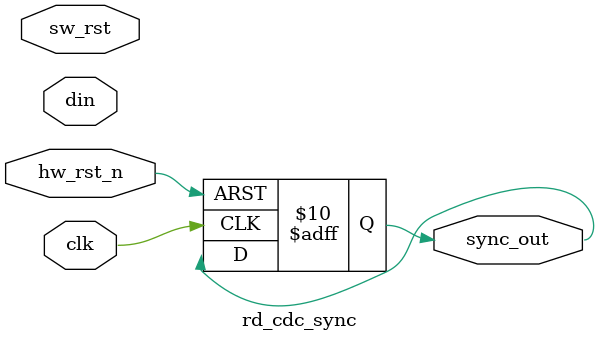
<source format=sv>
`timescale 1ns/1ps

module rd_cdc_sync #(parameter ADDRESS_WIDTH = 0, SYNC_STAGE = 0, SOFT_RESET = 0 )
	(
     output    logic  [ADDRESS_WIDTH:0] sync_out,
     input     logic  [ADDRESS_WIDTH:0] din     ,
     input     logic                    clk     ,
     input     logic                    hw_rst_n,
     input     logic                    sw_rst
    );
	 
	 	

logic [ADDRESS_WIDTH:0] q1,q2;

always_ff @( posedge clk or negedge hw_rst_n)
begin
	if (!hw_rst_n)
	begin
	    q1          <= ({ADDRESS_WIDTH{1'b0}});
        q2          <= ({ADDRESS_WIDTH{1'b0}});
	    sync_out    <= ({ADDRESS_WIDTH{1'b0}});
    end
    else 
        if (sw_rst && (SOFT_RESET == 1 || SOFT_RESET == 3) )
    begin
	    q1          <= ({ADDRESS_WIDTH{1'b0}});
        q2          <= ({ADDRESS_WIDTH{1'b0}});
   	    sync_out    <= ({ADDRESS_WIDTH{1'b0}});
    end

	else 
        if (SYNC_STAGE == 2)
	begin
    	q1          <= din;
	    sync_out    <= q1 ;
    end
    else 
        if (SYNC_STAGE == 3)
	begin
	    q1          <= din;
        q2          <= q1 ;
	    sync_out    <= q2 ;
    end
end

endmodule



</source>
